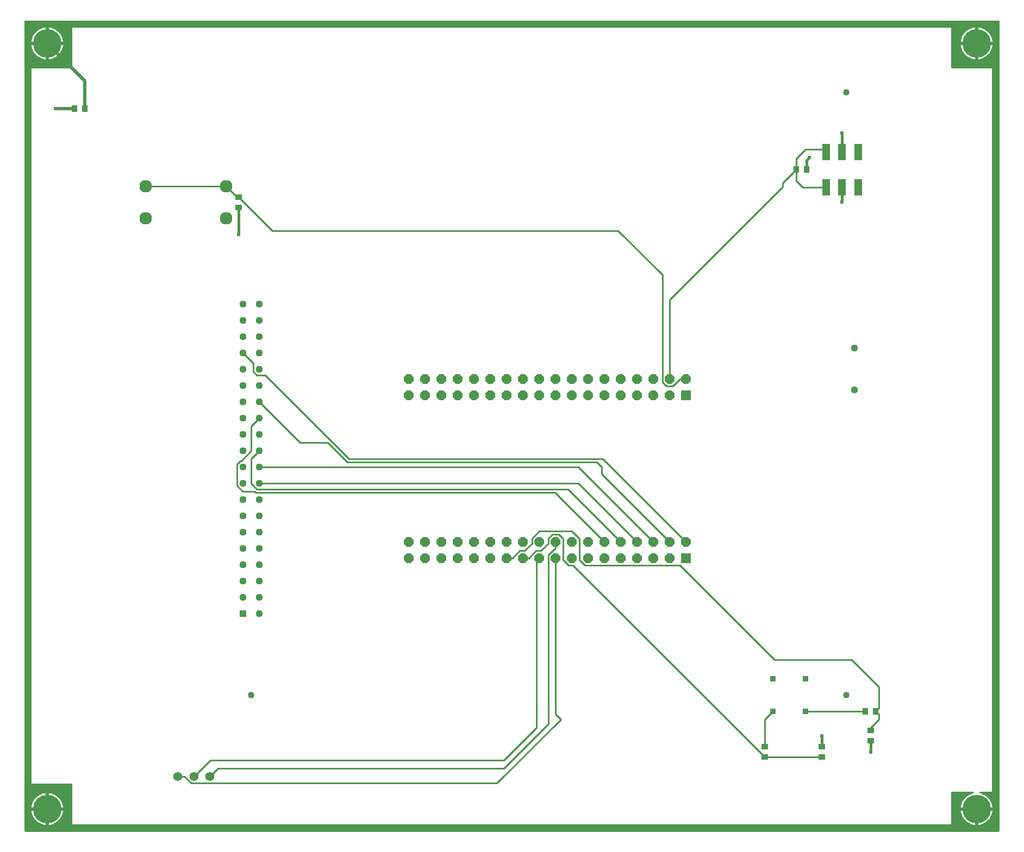
<source format=gbr>
G04 EAGLE Gerber RS-274X export*
G75*
%MOMM*%
%FSLAX34Y34*%
%LPD*%
%INTop Copper*%
%IPPOS*%
%AMOC8*
5,1,8,0,0,1.08239X$1,22.5*%
G01*
%ADD10C,1.120000*%
%ADD11C,1.400000*%
%ADD12C,1.960000*%
%ADD13C,4.445000*%
%ADD14C,1.016000*%
%ADD15R,0.949959X1.031241*%
%ADD16R,1.200000X2.500000*%
%ADD17R,1.524000X1.524000*%
%ADD18P,1.649562X8X202.500000*%
%ADD19R,1.120000X1.120000*%
%ADD20R,1.031241X0.949959*%
%ADD21R,0.904800X0.904800*%
%ADD22C,0.381000*%
%ADD23C,0.609600*%
%ADD24C,0.508000*%
%ADD25C,0.254000*%

G36*
X1521444Y1266308D02*
X1521444Y1266308D01*
X1521437Y1266427D01*
X1521424Y1266465D01*
X1521419Y1266506D01*
X1521376Y1266616D01*
X1521339Y1266729D01*
X1521317Y1266764D01*
X1521302Y1266801D01*
X1521233Y1266897D01*
X1521169Y1266998D01*
X1521139Y1267026D01*
X1521116Y1267059D01*
X1521024Y1267135D01*
X1520937Y1267216D01*
X1520902Y1267236D01*
X1520871Y1267261D01*
X1520763Y1267312D01*
X1520659Y1267370D01*
X1520619Y1267380D01*
X1520583Y1267397D01*
X1520466Y1267419D01*
X1520351Y1267449D01*
X1520291Y1267453D01*
X1520271Y1267457D01*
X1520250Y1267455D01*
X1520190Y1267459D01*
X3810Y1267459D01*
X3692Y1267444D01*
X3573Y1267437D01*
X3535Y1267424D01*
X3494Y1267419D01*
X3384Y1267376D01*
X3271Y1267339D01*
X3236Y1267317D01*
X3199Y1267302D01*
X3103Y1267233D01*
X3002Y1267169D01*
X2974Y1267139D01*
X2941Y1267116D01*
X2865Y1267024D01*
X2784Y1266937D01*
X2764Y1266902D01*
X2739Y1266871D01*
X2688Y1266763D01*
X2630Y1266659D01*
X2620Y1266619D01*
X2603Y1266583D01*
X2581Y1266466D01*
X2551Y1266351D01*
X2547Y1266291D01*
X2543Y1266271D01*
X2545Y1266250D01*
X2541Y1266190D01*
X2541Y3810D01*
X2556Y3692D01*
X2563Y3573D01*
X2576Y3535D01*
X2581Y3494D01*
X2624Y3384D01*
X2661Y3271D01*
X2683Y3236D01*
X2698Y3199D01*
X2767Y3103D01*
X2831Y3002D01*
X2861Y2974D01*
X2884Y2941D01*
X2976Y2865D01*
X3063Y2784D01*
X3098Y2764D01*
X3129Y2739D01*
X3237Y2688D01*
X3341Y2630D01*
X3381Y2620D01*
X3417Y2603D01*
X3534Y2581D01*
X3649Y2551D01*
X3709Y2547D01*
X3729Y2543D01*
X3750Y2545D01*
X3810Y2541D01*
X1520190Y2541D01*
X1520308Y2556D01*
X1520427Y2563D01*
X1520465Y2576D01*
X1520506Y2581D01*
X1520616Y2624D01*
X1520729Y2661D01*
X1520764Y2683D01*
X1520801Y2698D01*
X1520897Y2767D01*
X1520998Y2831D01*
X1521026Y2861D01*
X1521059Y2884D01*
X1521135Y2976D01*
X1521216Y3063D01*
X1521236Y3098D01*
X1521261Y3129D01*
X1521312Y3237D01*
X1521370Y3341D01*
X1521380Y3381D01*
X1521397Y3417D01*
X1521419Y3534D01*
X1521449Y3649D01*
X1521453Y3709D01*
X1521457Y3729D01*
X1521455Y3750D01*
X1521459Y3810D01*
X1521459Y1266190D01*
X1521444Y1266308D01*
G37*
%LPC*%
G36*
X76200Y1192531D02*
X76200Y1192531D01*
X76318Y1192546D01*
X76437Y1192553D01*
X76475Y1192566D01*
X76516Y1192571D01*
X76626Y1192614D01*
X76739Y1192651D01*
X76774Y1192673D01*
X76811Y1192688D01*
X76907Y1192758D01*
X77008Y1192821D01*
X77036Y1192851D01*
X77069Y1192874D01*
X77145Y1192966D01*
X77226Y1193053D01*
X77246Y1193088D01*
X77271Y1193119D01*
X77322Y1193227D01*
X77380Y1193331D01*
X77390Y1193371D01*
X77407Y1193407D01*
X77429Y1193524D01*
X77459Y1193639D01*
X77463Y1193700D01*
X77467Y1193720D01*
X77465Y1193740D01*
X77469Y1193800D01*
X77469Y1256031D01*
X1446531Y1256031D01*
X1446531Y1193800D01*
X1446546Y1193682D01*
X1446553Y1193563D01*
X1446566Y1193525D01*
X1446571Y1193484D01*
X1446614Y1193374D01*
X1446651Y1193261D01*
X1446673Y1193226D01*
X1446688Y1193189D01*
X1446758Y1193093D01*
X1446821Y1192992D01*
X1446851Y1192964D01*
X1446874Y1192931D01*
X1446966Y1192856D01*
X1447053Y1192774D01*
X1447088Y1192754D01*
X1447119Y1192729D01*
X1447227Y1192678D01*
X1447331Y1192620D01*
X1447371Y1192610D01*
X1447407Y1192593D01*
X1447524Y1192571D01*
X1447639Y1192541D01*
X1447700Y1192537D01*
X1447720Y1192533D01*
X1447740Y1192535D01*
X1447800Y1192531D01*
X1510031Y1192531D01*
X1510031Y64769D01*
X1491615Y64769D01*
X1491598Y64767D01*
X1491581Y64769D01*
X1491441Y64747D01*
X1491300Y64729D01*
X1491284Y64723D01*
X1491267Y64721D01*
X1491136Y64665D01*
X1491004Y64612D01*
X1490990Y64602D01*
X1490975Y64596D01*
X1490862Y64509D01*
X1490747Y64426D01*
X1490736Y64412D01*
X1490722Y64402D01*
X1490635Y64290D01*
X1490544Y64181D01*
X1490537Y64165D01*
X1490526Y64152D01*
X1490469Y64021D01*
X1490409Y63893D01*
X1490405Y63876D01*
X1490398Y63860D01*
X1490375Y63719D01*
X1490349Y63581D01*
X1490350Y63563D01*
X1490347Y63547D01*
X1490360Y63404D01*
X1490369Y63263D01*
X1490374Y63247D01*
X1490375Y63230D01*
X1490423Y63095D01*
X1490467Y62961D01*
X1490476Y62946D01*
X1490481Y62930D01*
X1490561Y62812D01*
X1490637Y62692D01*
X1490649Y62680D01*
X1490659Y62666D01*
X1490764Y62572D01*
X1490868Y62474D01*
X1490883Y62466D01*
X1490896Y62454D01*
X1491022Y62389D01*
X1491147Y62320D01*
X1491163Y62316D01*
X1491179Y62308D01*
X1491333Y62263D01*
X1492767Y61935D01*
X1495392Y61017D01*
X1497899Y59810D01*
X1500254Y58330D01*
X1502429Y56595D01*
X1504395Y54629D01*
X1506130Y52454D01*
X1507610Y50099D01*
X1508817Y47592D01*
X1509735Y44967D01*
X1510354Y42255D01*
X1510536Y40639D01*
X1487170Y40639D01*
X1487052Y40624D01*
X1486933Y40617D01*
X1486895Y40604D01*
X1486855Y40599D01*
X1486744Y40556D01*
X1486631Y40519D01*
X1486597Y40497D01*
X1486559Y40482D01*
X1486463Y40412D01*
X1486362Y40349D01*
X1486334Y40319D01*
X1486302Y40295D01*
X1486226Y40204D01*
X1486144Y40117D01*
X1486125Y40082D01*
X1486099Y40051D01*
X1486048Y39943D01*
X1485991Y39839D01*
X1485980Y39799D01*
X1485963Y39763D01*
X1485941Y39646D01*
X1485911Y39531D01*
X1485907Y39470D01*
X1485903Y39450D01*
X1485904Y39435D01*
X1485903Y39429D01*
X1485904Y39420D01*
X1485901Y39370D01*
X1485901Y38099D01*
X1485899Y38099D01*
X1485899Y39370D01*
X1485884Y39488D01*
X1485877Y39607D01*
X1485864Y39645D01*
X1485859Y39685D01*
X1485815Y39796D01*
X1485779Y39909D01*
X1485757Y39944D01*
X1485742Y39981D01*
X1485672Y40077D01*
X1485609Y40178D01*
X1485579Y40206D01*
X1485555Y40239D01*
X1485464Y40314D01*
X1485377Y40396D01*
X1485342Y40416D01*
X1485310Y40441D01*
X1485203Y40492D01*
X1485098Y40550D01*
X1485059Y40560D01*
X1485023Y40577D01*
X1484906Y40599D01*
X1484791Y40629D01*
X1484730Y40633D01*
X1484710Y40637D01*
X1484690Y40635D01*
X1484630Y40639D01*
X1461264Y40639D01*
X1461446Y42255D01*
X1462065Y44967D01*
X1462983Y47592D01*
X1464190Y50099D01*
X1465670Y52454D01*
X1467405Y54629D01*
X1469371Y56595D01*
X1471546Y58330D01*
X1473901Y59810D01*
X1476408Y61017D01*
X1479033Y61935D01*
X1480467Y62263D01*
X1480483Y62268D01*
X1480500Y62271D01*
X1480632Y62323D01*
X1480766Y62372D01*
X1480780Y62381D01*
X1480796Y62388D01*
X1480911Y62471D01*
X1481028Y62552D01*
X1481039Y62564D01*
X1481053Y62574D01*
X1481144Y62684D01*
X1481237Y62791D01*
X1481245Y62806D01*
X1481256Y62819D01*
X1481316Y62948D01*
X1481380Y63075D01*
X1481384Y63092D01*
X1481391Y63107D01*
X1481418Y63246D01*
X1481449Y63386D01*
X1481448Y63403D01*
X1481451Y63420D01*
X1481442Y63561D01*
X1481437Y63703D01*
X1481433Y63720D01*
X1481431Y63737D01*
X1481388Y63872D01*
X1481348Y64008D01*
X1481339Y64023D01*
X1481333Y64039D01*
X1481258Y64159D01*
X1481185Y64282D01*
X1481172Y64294D01*
X1481163Y64308D01*
X1481060Y64406D01*
X1480959Y64506D01*
X1480944Y64514D01*
X1480932Y64526D01*
X1480808Y64594D01*
X1480685Y64667D01*
X1480668Y64671D01*
X1480653Y64680D01*
X1480516Y64715D01*
X1480379Y64754D01*
X1480362Y64755D01*
X1480345Y64759D01*
X1480185Y64769D01*
X1447800Y64769D01*
X1447682Y64754D01*
X1447563Y64747D01*
X1447525Y64734D01*
X1447484Y64729D01*
X1447374Y64686D01*
X1447261Y64649D01*
X1447226Y64627D01*
X1447189Y64612D01*
X1447093Y64543D01*
X1446992Y64479D01*
X1446964Y64449D01*
X1446931Y64426D01*
X1446856Y64334D01*
X1446774Y64247D01*
X1446754Y64212D01*
X1446729Y64181D01*
X1446678Y64073D01*
X1446620Y63969D01*
X1446610Y63929D01*
X1446593Y63893D01*
X1446571Y63776D01*
X1446541Y63661D01*
X1446537Y63601D01*
X1446533Y63581D01*
X1446535Y63560D01*
X1446534Y63548D01*
X1446533Y63545D01*
X1446533Y63543D01*
X1446531Y63500D01*
X1446531Y13969D01*
X77469Y13969D01*
X77469Y76200D01*
X77454Y76318D01*
X77447Y76437D01*
X77434Y76475D01*
X77429Y76516D01*
X77386Y76626D01*
X77349Y76739D01*
X77327Y76774D01*
X77312Y76811D01*
X77243Y76907D01*
X77179Y77008D01*
X77149Y77036D01*
X77126Y77069D01*
X77034Y77145D01*
X76947Y77226D01*
X76912Y77246D01*
X76881Y77271D01*
X76773Y77322D01*
X76669Y77380D01*
X76629Y77390D01*
X76593Y77407D01*
X76476Y77429D01*
X76361Y77459D01*
X76301Y77463D01*
X76281Y77467D01*
X76260Y77465D01*
X76200Y77469D01*
X13969Y77469D01*
X13969Y1192531D01*
X76200Y1192531D01*
G37*
%LPD*%
%LPC*%
G36*
X40639Y1234439D02*
X40639Y1234439D01*
X40639Y1256536D01*
X42255Y1256354D01*
X44967Y1255735D01*
X47592Y1254817D01*
X50099Y1253610D01*
X52454Y1252130D01*
X54629Y1250395D01*
X56595Y1248429D01*
X58330Y1246254D01*
X59810Y1243899D01*
X61017Y1241392D01*
X61935Y1238767D01*
X62554Y1236055D01*
X62736Y1234439D01*
X40639Y1234439D01*
G37*
%LPD*%
%LPC*%
G36*
X1488439Y1234439D02*
X1488439Y1234439D01*
X1488439Y1256536D01*
X1490055Y1256354D01*
X1492767Y1255735D01*
X1495392Y1254817D01*
X1497899Y1253610D01*
X1500254Y1252130D01*
X1502429Y1250395D01*
X1504395Y1248429D01*
X1506130Y1246254D01*
X1507610Y1243899D01*
X1508817Y1241392D01*
X1509735Y1238767D01*
X1510354Y1236055D01*
X1510536Y1234439D01*
X1488439Y1234439D01*
G37*
%LPD*%
%LPC*%
G36*
X40639Y40639D02*
X40639Y40639D01*
X40639Y62736D01*
X42255Y62554D01*
X44967Y61935D01*
X47592Y61017D01*
X50099Y59810D01*
X52454Y58330D01*
X54629Y56595D01*
X56595Y54629D01*
X58330Y52454D01*
X59810Y50099D01*
X61017Y47592D01*
X61935Y44967D01*
X62554Y42255D01*
X62736Y40639D01*
X40639Y40639D01*
G37*
%LPD*%
%LPC*%
G36*
X13464Y1234439D02*
X13464Y1234439D01*
X13646Y1236055D01*
X14265Y1238767D01*
X15183Y1241392D01*
X16390Y1243899D01*
X17870Y1246254D01*
X19605Y1248429D01*
X21571Y1250395D01*
X23746Y1252130D01*
X26101Y1253610D01*
X28608Y1254817D01*
X31233Y1255735D01*
X33945Y1256354D01*
X35561Y1256536D01*
X35561Y1234439D01*
X13464Y1234439D01*
G37*
%LPD*%
%LPC*%
G36*
X1461264Y1234439D02*
X1461264Y1234439D01*
X1461446Y1236055D01*
X1462065Y1238767D01*
X1462983Y1241392D01*
X1464190Y1243899D01*
X1465670Y1246254D01*
X1467405Y1248429D01*
X1469371Y1250395D01*
X1471546Y1252130D01*
X1473901Y1253610D01*
X1476408Y1254817D01*
X1479033Y1255735D01*
X1481745Y1256354D01*
X1483361Y1256536D01*
X1483361Y1234439D01*
X1461264Y1234439D01*
G37*
%LPD*%
%LPC*%
G36*
X1488439Y1229361D02*
X1488439Y1229361D01*
X1510536Y1229361D01*
X1510354Y1227745D01*
X1509735Y1225033D01*
X1508817Y1222408D01*
X1507610Y1219901D01*
X1506130Y1217546D01*
X1504395Y1215371D01*
X1502429Y1213405D01*
X1500254Y1211670D01*
X1497899Y1210190D01*
X1495392Y1208983D01*
X1492767Y1208065D01*
X1490055Y1207446D01*
X1488439Y1207264D01*
X1488439Y1229361D01*
G37*
%LPD*%
%LPC*%
G36*
X40639Y1229361D02*
X40639Y1229361D01*
X62736Y1229361D01*
X62554Y1227745D01*
X61935Y1225033D01*
X61017Y1222408D01*
X59810Y1219901D01*
X58330Y1217546D01*
X56595Y1215371D01*
X54629Y1213405D01*
X52454Y1211670D01*
X50099Y1210190D01*
X47592Y1208983D01*
X44967Y1208065D01*
X42255Y1207446D01*
X40639Y1207264D01*
X40639Y1229361D01*
G37*
%LPD*%
%LPC*%
G36*
X13464Y40639D02*
X13464Y40639D01*
X13646Y42255D01*
X14265Y44967D01*
X15183Y47592D01*
X16390Y50099D01*
X17870Y52454D01*
X19605Y54629D01*
X21571Y56595D01*
X23746Y58330D01*
X26101Y59810D01*
X28608Y61017D01*
X31233Y61935D01*
X33945Y62554D01*
X35561Y62736D01*
X35561Y40639D01*
X13464Y40639D01*
G37*
%LPD*%
%LPC*%
G36*
X1488439Y35561D02*
X1488439Y35561D01*
X1510536Y35561D01*
X1510354Y33945D01*
X1509735Y31233D01*
X1508817Y28608D01*
X1507610Y26101D01*
X1506130Y23746D01*
X1504395Y21571D01*
X1502429Y19605D01*
X1500254Y17870D01*
X1497899Y16390D01*
X1495392Y15183D01*
X1492767Y14265D01*
X1490055Y13646D01*
X1488439Y13464D01*
X1488439Y35561D01*
G37*
%LPD*%
%LPC*%
G36*
X40639Y35561D02*
X40639Y35561D01*
X62736Y35561D01*
X62554Y33945D01*
X61935Y31233D01*
X61017Y28608D01*
X59810Y26101D01*
X58330Y23746D01*
X56595Y21571D01*
X54629Y19605D01*
X52454Y17870D01*
X50099Y16390D01*
X47592Y15183D01*
X44967Y14265D01*
X42255Y13646D01*
X40639Y13464D01*
X40639Y35561D01*
G37*
%LPD*%
%LPC*%
G36*
X1481745Y1207446D02*
X1481745Y1207446D01*
X1479033Y1208065D01*
X1476408Y1208983D01*
X1473901Y1210190D01*
X1471546Y1211670D01*
X1469371Y1213405D01*
X1467405Y1215371D01*
X1465670Y1217546D01*
X1464190Y1219901D01*
X1462983Y1222408D01*
X1462065Y1225033D01*
X1461446Y1227745D01*
X1461264Y1229361D01*
X1483361Y1229361D01*
X1483361Y1207264D01*
X1481745Y1207446D01*
G37*
%LPD*%
%LPC*%
G36*
X33945Y1207446D02*
X33945Y1207446D01*
X31233Y1208065D01*
X28608Y1208983D01*
X26101Y1210190D01*
X23746Y1211670D01*
X21571Y1213405D01*
X19605Y1215371D01*
X17870Y1217546D01*
X16390Y1219901D01*
X15183Y1222408D01*
X14265Y1225033D01*
X13646Y1227745D01*
X13464Y1229361D01*
X35561Y1229361D01*
X35561Y1207264D01*
X33945Y1207446D01*
G37*
%LPD*%
%LPC*%
G36*
X1481745Y13646D02*
X1481745Y13646D01*
X1479033Y14265D01*
X1476408Y15183D01*
X1473901Y16390D01*
X1471546Y17870D01*
X1469371Y19605D01*
X1467405Y21571D01*
X1465670Y23746D01*
X1464190Y26101D01*
X1462983Y28608D01*
X1462065Y31233D01*
X1461446Y33945D01*
X1461264Y35561D01*
X1483361Y35561D01*
X1483361Y13464D01*
X1481745Y13646D01*
G37*
%LPD*%
%LPC*%
G36*
X33945Y13646D02*
X33945Y13646D01*
X31233Y14265D01*
X28608Y15183D01*
X26101Y16390D01*
X23746Y17870D01*
X21571Y19605D01*
X19605Y21571D01*
X17870Y23746D01*
X16390Y26101D01*
X15183Y28608D01*
X14265Y31233D01*
X13646Y33945D01*
X13464Y35561D01*
X35561Y35561D01*
X35561Y13464D01*
X33945Y13646D01*
G37*
%LPD*%
%LPC*%
G36*
X1485899Y1231899D02*
X1485899Y1231899D01*
X1485899Y1231901D01*
X1485901Y1231901D01*
X1485901Y1231899D01*
X1485899Y1231899D01*
G37*
%LPD*%
%LPC*%
G36*
X38099Y1231899D02*
X38099Y1231899D01*
X38099Y1231901D01*
X38101Y1231901D01*
X38101Y1231899D01*
X38099Y1231899D01*
G37*
%LPD*%
%LPC*%
G36*
X38099Y38099D02*
X38099Y38099D01*
X38099Y38101D01*
X38101Y38101D01*
X38101Y38099D01*
X38099Y38099D01*
G37*
%LPD*%
D10*
X1295400Y756400D03*
X1295400Y691400D03*
D11*
X241700Y88900D03*
X266700Y88900D03*
X291700Y88900D03*
D12*
X316500Y1009250D03*
X316500Y959250D03*
X191500Y959250D03*
X191500Y1009250D03*
D13*
X38100Y1231900D03*
X1485900Y1231900D03*
X1485900Y38100D03*
X38100Y38100D03*
D14*
X1282700Y1155700D03*
X1282700Y215900D03*
X355600Y215900D03*
D15*
X80899Y1130300D03*
X96901Y1130300D03*
D16*
X1251350Y1007550D03*
X1276350Y1007550D03*
X1301350Y1007550D03*
X1251350Y1062550D03*
X1276350Y1062550D03*
X1301350Y1062550D03*
D17*
X1033100Y429000D03*
D18*
X1033100Y454400D03*
X1007700Y429000D03*
X1007700Y454400D03*
X982300Y429000D03*
X982300Y454400D03*
X956900Y429000D03*
X956900Y454400D03*
X931500Y429000D03*
X931500Y454400D03*
X906100Y429000D03*
X906100Y454400D03*
X880700Y429000D03*
X880700Y454400D03*
X855300Y429000D03*
X855300Y454400D03*
X829900Y429000D03*
X829900Y454400D03*
X804500Y429000D03*
X804500Y454400D03*
X779100Y429000D03*
X779100Y454400D03*
X753700Y429000D03*
X753700Y454400D03*
X728300Y429000D03*
X728300Y454400D03*
X702900Y429000D03*
X702900Y454400D03*
X677500Y429000D03*
X677500Y454400D03*
X652100Y429000D03*
X652100Y454400D03*
X626700Y429000D03*
X626700Y454400D03*
X601300Y429000D03*
X601300Y454400D03*
D17*
X1033100Y683000D03*
D18*
X1033100Y708400D03*
X1007700Y683000D03*
X1007700Y708400D03*
X982300Y683000D03*
X982300Y708400D03*
X956900Y683000D03*
X956900Y708400D03*
X931500Y683000D03*
X931500Y708400D03*
X906100Y683000D03*
X906100Y708400D03*
X880700Y683000D03*
X880700Y708400D03*
X855300Y683000D03*
X855300Y708400D03*
X829900Y683000D03*
X829900Y708400D03*
X804500Y683000D03*
X804500Y708400D03*
X779100Y683000D03*
X779100Y708400D03*
X753700Y683000D03*
X753700Y708400D03*
X728300Y683000D03*
X728300Y708400D03*
X702900Y683000D03*
X702900Y708400D03*
X677500Y683000D03*
X677500Y708400D03*
X652100Y683000D03*
X652100Y708400D03*
X626700Y683000D03*
X626700Y708400D03*
X601300Y683000D03*
X601300Y708400D03*
D10*
X342900Y825500D03*
X342900Y800100D03*
X342900Y774700D03*
X342900Y749300D03*
X342900Y723900D03*
X342900Y698500D03*
X342900Y673100D03*
X342900Y647700D03*
X342900Y622300D03*
X342900Y596900D03*
X342900Y571500D03*
X342900Y546100D03*
X342900Y520700D03*
X342900Y495300D03*
X342900Y469900D03*
X342900Y444500D03*
X342900Y419100D03*
X342900Y393700D03*
X342900Y368300D03*
D19*
X342900Y342900D03*
D10*
X368300Y342900D03*
X368300Y368300D03*
X368300Y393700D03*
X368300Y419100D03*
X368300Y444500D03*
X368300Y469900D03*
X368300Y495300D03*
X368300Y520700D03*
X368300Y546100D03*
X368300Y571500D03*
X368300Y596900D03*
X368300Y622300D03*
X368300Y647700D03*
X368300Y673100D03*
X368300Y698500D03*
X368300Y723900D03*
X368300Y749300D03*
X368300Y774700D03*
X368300Y800100D03*
X368300Y825500D03*
D20*
X336550Y992251D03*
X336550Y976249D03*
D15*
X1204849Y1035050D03*
X1220851Y1035050D03*
D20*
X1320800Y144399D03*
X1320800Y160401D03*
X1244600Y135001D03*
X1244600Y118999D03*
X1155700Y135001D03*
X1155700Y118999D03*
D15*
X1312799Y190500D03*
X1328801Y190500D03*
D21*
X1168400Y241300D03*
X1219200Y241300D03*
X1168400Y190500D03*
X1219200Y190500D03*
D22*
X1320800Y144399D02*
X1320800Y127000D01*
D23*
X1320800Y127000D03*
X1244600Y152400D03*
D22*
X1276350Y984250D02*
X1276350Y1007550D01*
D23*
X1276350Y984250D03*
D22*
X1276350Y1062550D02*
X1276350Y1092200D01*
D23*
X1276350Y1092200D03*
D22*
X1244600Y152400D02*
X1244600Y135001D01*
D24*
X80899Y1130300D02*
X50800Y1130300D01*
D23*
X50800Y1130300D03*
D24*
X96901Y1130300D02*
X96901Y1173099D01*
X38100Y1231900D01*
D22*
X336550Y976249D02*
X336550Y933450D01*
D23*
X336550Y933450D03*
D22*
X1220851Y1035050D02*
X1220851Y1049401D01*
X1225550Y1054100D01*
D23*
X1225550Y1054100D03*
D25*
X865200Y546100D02*
X956900Y454400D01*
X865200Y546100D02*
X368300Y546100D01*
X901700Y560400D02*
X1007700Y454400D01*
X901700Y560400D02*
X901700Y571500D01*
X894080Y579120D01*
X505896Y579120D02*
X475416Y609600D01*
X431800Y609600D01*
X505896Y579120D02*
X894080Y579120D01*
X431800Y609600D02*
X368300Y673100D01*
X828890Y531610D02*
X906100Y454400D01*
X828890Y531610D02*
X362298Y531610D01*
X360508Y533400D01*
X355600Y635000D02*
X368300Y647700D01*
X339002Y580910D02*
X333490Y575398D01*
X339002Y580910D02*
X340218Y580910D01*
X355600Y596292D01*
X355600Y635000D01*
X333490Y575398D02*
X333490Y542202D01*
X342292Y533400D01*
X360508Y533400D01*
X364402Y536690D02*
X358890Y542202D01*
X358890Y542810D01*
X355600Y546100D01*
X849210Y536690D02*
X931500Y454400D01*
X849210Y536690D02*
X364402Y536690D01*
X355600Y546100D02*
X355600Y584200D01*
X368300Y596900D01*
X865200Y571500D02*
X982300Y454400D01*
X865200Y571500D02*
X368300Y571500D01*
X903300Y584200D02*
X1033100Y454400D01*
X364402Y714490D02*
X358890Y720002D01*
X377710Y714490D02*
X508000Y584200D01*
X358890Y733310D02*
X342900Y749300D01*
X364402Y714490D02*
X377710Y714490D01*
X358890Y720002D02*
X358890Y733310D01*
X508000Y584200D02*
X903300Y584200D01*
X316500Y1009250D02*
X191500Y1009250D01*
X1002966Y696970D02*
X1012435Y696970D01*
X1002966Y696970D02*
X996270Y703666D01*
X996270Y825500D01*
X996270Y827759D01*
X1023865Y708400D02*
X1033100Y708400D01*
X1023865Y708400D02*
X1012435Y696970D01*
X333499Y992251D02*
X316500Y1009250D01*
X333499Y992251D02*
X336550Y992251D01*
X389001Y939800D01*
X927100Y939800D01*
X996270Y870630D01*
X996270Y827759D01*
X304400Y101600D02*
X291700Y88900D01*
X304400Y101600D02*
X749300Y101600D01*
X829900Y445165D02*
X829900Y454400D01*
X829900Y445165D02*
X818470Y433735D01*
X818470Y170770D02*
X749300Y101600D01*
X818470Y170770D02*
X818470Y433735D01*
X251412Y88900D02*
X241700Y88900D01*
X251412Y88900D02*
X262222Y78090D01*
X738490Y78090D02*
X838200Y177800D01*
X738490Y78090D02*
X262222Y78090D01*
X829900Y186100D02*
X829900Y429000D01*
X829900Y186100D02*
X838200Y177800D01*
X292100Y114300D02*
X266700Y88900D01*
X292100Y114300D02*
X749300Y114300D01*
X800100Y165100D01*
X800100Y424600D02*
X804500Y429000D01*
X800100Y424600D02*
X800100Y165100D01*
X1214950Y1007550D02*
X1251350Y1007550D01*
X1204849Y1017651D02*
X1204849Y1035050D01*
X1204849Y1017651D02*
X1214950Y1007550D01*
X1204849Y1035050D02*
X1183716Y1013917D01*
X1183716Y1008021D01*
X1007700Y832005D02*
X1007700Y708400D01*
X1007700Y832005D02*
X1183716Y1008021D01*
X1247100Y1066800D02*
X1251350Y1062550D01*
X1204849Y1052449D02*
X1204849Y1035050D01*
X1219200Y1066800D02*
X1247100Y1066800D01*
X1219200Y1066800D02*
X1204849Y1052449D01*
X1244600Y118999D02*
X1155700Y118999D01*
X857129Y417570D01*
X850566Y417570D01*
X841330Y459135D02*
X834635Y465830D01*
X825166Y465830D01*
X818470Y459135D01*
X788336Y429000D02*
X779100Y429000D01*
X788336Y429000D02*
X799766Y440430D01*
X818470Y452206D02*
X818470Y459135D01*
X818470Y452206D02*
X806695Y440430D01*
X799766Y440430D01*
X841330Y426806D02*
X850566Y417570D01*
X841330Y426806D02*
X841330Y459135D01*
X762936Y429000D02*
X753700Y429000D01*
X762936Y429000D02*
X774366Y440430D01*
X793070Y452206D02*
X793070Y459135D01*
X793070Y452206D02*
X781295Y440430D01*
X774366Y440430D01*
X866730Y426806D02*
X875966Y417570D01*
X866730Y459135D02*
X854955Y470910D01*
X804846Y470910D01*
X793070Y459135D01*
X1023902Y417570D02*
X1170782Y270690D01*
X1023902Y417570D02*
X875966Y417570D01*
X866730Y426806D02*
X866730Y459135D01*
X1320800Y165100D02*
X1320800Y160401D01*
X1320800Y165100D02*
X1333500Y177800D01*
X1333500Y185801D01*
X1328801Y190500D01*
X1333500Y228600D02*
X1291410Y270690D01*
X1333500Y195199D02*
X1328801Y190500D01*
X1291410Y270690D02*
X1170782Y270690D01*
X1333500Y228600D02*
X1333500Y195199D01*
X1155700Y177800D02*
X1155700Y135001D01*
X1155700Y177800D02*
X1168400Y190500D01*
X1219200Y190500D02*
X1312799Y190500D01*
M02*

</source>
